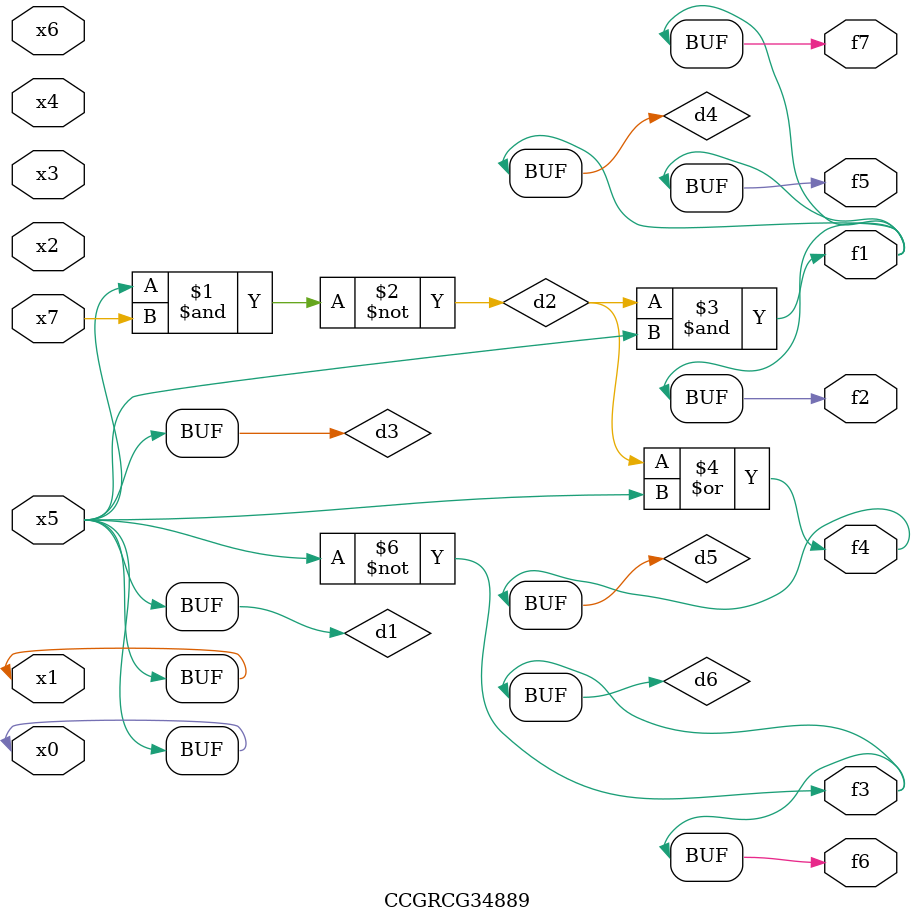
<source format=v>
module CCGRCG34889(
	input x0, x1, x2, x3, x4, x5, x6, x7,
	output f1, f2, f3, f4, f5, f6, f7
);

	wire d1, d2, d3, d4, d5, d6;

	buf (d1, x0, x5);
	nand (d2, x5, x7);
	buf (d3, x0, x1);
	and (d4, d2, d3);
	or (d5, d2, d3);
	nor (d6, d1, d3);
	assign f1 = d4;
	assign f2 = d4;
	assign f3 = d6;
	assign f4 = d5;
	assign f5 = d4;
	assign f6 = d6;
	assign f7 = d4;
endmodule

</source>
